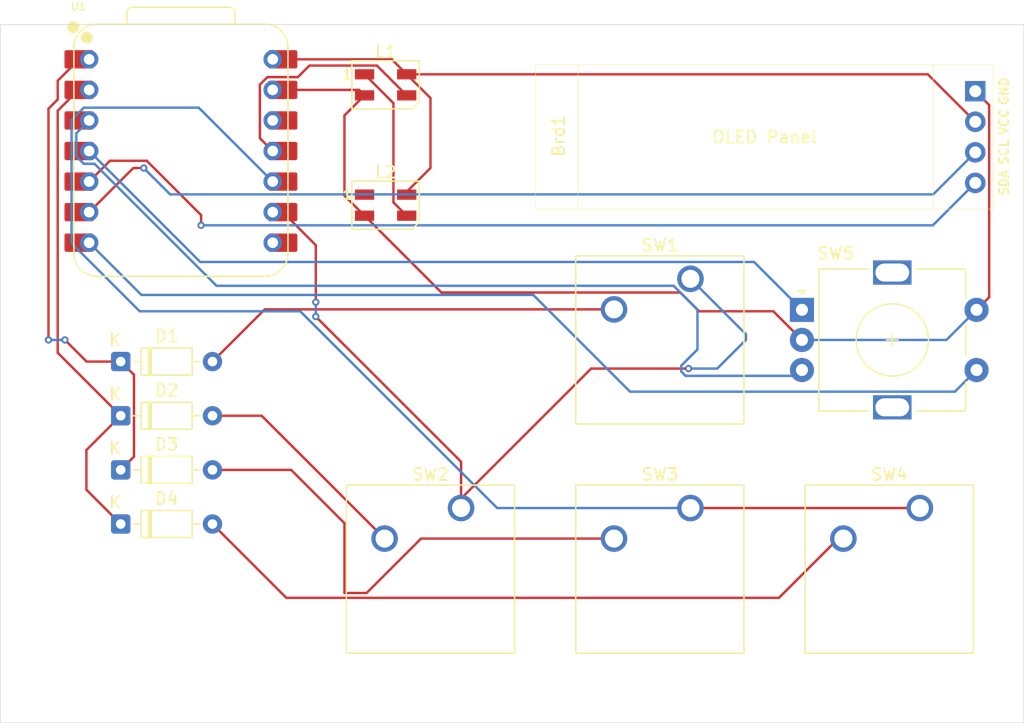
<source format=kicad_pcb>
(kicad_pcb (version 20241229) (generator "pcbnew") (generator_version "9.0")
  (layers (0 "F.Cu" signal) (2 "B.Cu" signal) (13 "F.Paste" user) (15 "B.Paste" user) (5 "F.SilkS" user "F.Silkscreen") (7 "B.SilkS" user "B.Silkscreen") (1 "F.Mask" user) (3 "B.Mask" user) (25 "Edge.Cuts" user))
  (net 0 "")
  (net 1 "GND")
  (net 2 "SDA")
  (net 3 "SCL")
  (net 4 "+5V")
  (net 5 "Net-(D1-A)")
  (net 6 "ROW1")
  (net 7 "ROW2")
  (net 8 "Net-(D2-A)")
  (net 9 "Net-(D3-A)")
  (net 10 "Net-(D4-A)")
  (net 11 "LED")
  (net 12 "Net-(L1-DOUT)")
  (net 14 "COL1")
  (net 15 "COL2")
  (net 16 "RE1")
  (net 17 "SW_ENC")
  (net 18 "RE2")
  (footprint "Diode_THT:D_DO-35_SOD27_P7.62mm_Horizontal" (layer "F.Cu") (at 60 82.5)
    (property "Reference" "D2" (at 3.81 -2.12 0) (layer "F.SilkS"))
    (property "Value" "D")
    (fp_line (start 1.04 0) (end 1.69 0) (stroke (width 0.12)) (layer "F.SilkS"))
    (fp_line (start 2.29 -1.12) (end 2.29 1.12) (stroke (width 0.12)) (layer "F.SilkS"))
    (fp_line (start 2.41 -1.12) (end 2.41 1.12) (stroke (width 0.12)) (layer "F.SilkS"))
    (fp_line (start 2.53 -1.12) (end 2.53 1.12) (stroke (width 0.12)) (layer "F.SilkS"))
    (fp_line (start 6.58 0) (end 5.93 0) (stroke (width 0.12)) (layer "F.SilkS"))
    (fp_rect (start 1.69 -1.12) (end 5.93 1.12) (stroke (width 0.12)) (fill no) (layer "F.SilkS"))
    (fp_text user "K" (at -0.46875 -1.8 0) (layer "F.SilkS"))
    (pad "1" thru_hole roundrect (at 0 0) (size 1.6 1.6) (drill 0.8) (layers "*.Cu" "*.Mask") (roundrect_rratio 0.15625) (net 7 "ROW2"))
    (pad "2" thru_hole circle (at 7.62 0) (size 1.6 1.6) (drill 0.8) (layers "*.Cu" "*.Mask") (net 8 "Net-(D2-A)"))
  )
  (footprint "Button_Switch_Keyboard:SW_Cherry_MX_1.00u_PCB" (layer "F.Cu") (at 107.315 90.17)
    (property "Reference" "SW3" (at -2.54 -2.794 0) (layer "F.SilkS"))
    (property "Value" "SW_Push")
    (fp_line (start -9.525 -1.905) (end 4.445 -1.905) (stroke (width 0.12)) (layer "F.SilkS"))
    (fp_line (start -9.525 12.065) (end -9.525 -1.905) (stroke (width 0.12)) (layer "F.SilkS"))
    (fp_line (start 4.445 -1.905) (end 4.445 12.065) (stroke (width 0.12)) (layer "F.SilkS"))
    (fp_line (start 4.445 12.065) (end -9.525 12.065) (stroke (width 0.12)) (layer "F.SilkS"))
    (pad "" np_thru_hole circle (at -7.62 5.08) (size 1.7 1.7) (drill 1.7) (layers "*.Cu" "*.Mask"))
    (pad "" np_thru_hole circle (at -2.54 5.08) (size 4 4) (drill 4) (layers "*.Cu" "*.Mask"))
    (pad "" np_thru_hole circle (at 2.54 5.08) (size 1.7 1.7) (drill 1.7) (layers "*.Cu" "*.Mask"))
    (pad "1" thru_hole circle (at 0 0) (size 2.2 2.2) (drill 1.5) (layers "*.Cu" "*.Mask") (net 15 "COL2"))
    (pad "2" thru_hole circle (at -6.35 2.54) (size 2.2 2.2) (drill 1.5) (layers "*.Cu" "*.Mask") (net 9 "Net-(D3-A)"))
  )
  (footprint "Button_Switch_Keyboard:SW_Cherry_MX_1.00u_PCB" (layer "F.Cu") (at 107.315 71.12)
    (property "Reference" "SW1" (at -2.54 -2.794 0) (layer "F.SilkS"))
    (property "Value" "SW_Push")
    (fp_line (start -9.525 -1.905) (end 4.445 -1.905) (stroke (width 0.12)) (layer "F.SilkS"))
    (fp_line (start -9.525 12.065) (end -9.525 -1.905) (stroke (width 0.12)) (layer "F.SilkS"))
    (fp_line (start 4.445 -1.905) (end 4.445 12.065) (stroke (width 0.12)) (layer "F.SilkS"))
    (fp_line (start 4.445 12.065) (end -9.525 12.065) (stroke (width 0.12)) (layer "F.SilkS"))
    (pad "" np_thru_hole circle (at -7.62 5.08) (size 1.7 1.7) (drill 1.7) (layers "*.Cu" "*.Mask"))
    (pad "" np_thru_hole circle (at -2.54 5.08) (size 4 4) (drill 4) (layers "*.Cu" "*.Mask"))
    (pad "" np_thru_hole circle (at 2.54 5.08) (size 1.7 1.7) (drill 1.7) (layers "*.Cu" "*.Mask"))
    (pad "1" thru_hole circle (at 0 0) (size 2.2 2.2) (drill 1.5) (layers "*.Cu" "*.Mask") (net 14 "COL1"))
    (pad "2" thru_hole circle (at -6.35 2.54) (size 2.2 2.2) (drill 1.5) (layers "*.Cu" "*.Mask") (net 5 "Net-(D1-A)"))
  )
  (footprint "Diode_THT:D_DO-35_SOD27_P7.62mm_Horizontal" (layer "F.Cu") (at 60 78)
    (property "Reference" "D1" (at 3.81 -2.12 0) (layer "F.SilkS"))
    (property "Value" "D")
    (fp_line (start 1.04 0) (end 1.69 0) (stroke (width 0.12)) (layer "F.SilkS"))
    (fp_line (start 2.29 -1.12) (end 2.29 1.12) (stroke (width 0.12)) (layer "F.SilkS"))
    (fp_line (start 2.41 -1.12) (end 2.41 1.12) (stroke (width 0.12)) (layer "F.SilkS"))
    (fp_line (start 2.53 -1.12) (end 2.53 1.12) (stroke (width 0.12)) (layer "F.SilkS"))
    (fp_line (start 6.58 0) (end 5.93 0) (stroke (width 0.12)) (layer "F.SilkS"))
    (fp_rect (start 1.69 -1.12) (end 5.93 1.12) (stroke (width 0.12)) (fill no) (layer "F.SilkS"))
    (fp_text user "K" (at -0.46875 -1.8 0) (layer "F.SilkS"))
    (pad "1" thru_hole roundrect (at 0 0) (size 1.6 1.6) (drill 0.8) (layers "*.Cu" "*.Mask") (roundrect_rratio 0.15625) (net 6 "ROW1"))
    (pad "2" thru_hole circle (at 7.62 0) (size 1.6 1.6) (drill 0.8) (layers "*.Cu" "*.Mask") (net 5 "Net-(D1-A)"))
  )
  (footprint "Rotary_Encoder:RotaryEncoder_Alps_EC11E-Switch_Vertical_H20mm" (layer "F.Cu") (at 116.575 73.7)
    (property "Reference" "SW5" (at 2.8 -4.7 0) (layer "F.SilkS"))
    (property "Value" "RotaryEncoder_Switch")
    (fp_line (start -0.3 -1.6) (end 0.3 -1.6) (stroke (width 0.12)) (layer "F.SilkS"))
    (fp_line (start 0 -1.3) (end -0.3 -1.6) (stroke (width 0.12)) (layer "F.SilkS"))
    (fp_line (start 0.3 -1.6) (end 0 -1.3) (stroke (width 0.12)) (layer "F.SilkS"))
    (fp_line (start 1.4 -3.4) (end 1.4 8.4) (stroke (width 0.12)) (layer "F.SilkS"))
    (fp_line (start 5.5 -3.4) (end 1.4 -3.4) (stroke (width 0.12)) (layer "F.SilkS"))
    (fp_line (start 5.5 8.4) (end 1.4 8.4) (stroke (width 0.12)) (layer "F.SilkS"))
    (fp_line (start 7 2.5) (end 8 2.5) (stroke (width 0.12)) (layer "F.SilkS"))
    (fp_line (start 7.5 2) (end 7.5 3) (stroke (width 0.12)) (layer "F.SilkS"))
    (fp_line (start 9.5 -3.4) (end 13.6 -3.4) (stroke (width 0.12)) (layer "F.SilkS"))
    (fp_line (start 13.6 -3.4) (end 13.6 -1) (stroke (width 0.12)) (layer "F.SilkS"))
    (fp_line (start 13.6 1.2) (end 13.6 3.8) (stroke (width 0.12)) (layer "F.SilkS"))
    (fp_line (start 13.6 6) (end 13.6 8.4) (stroke (width 0.12)) (layer "F.SilkS"))
    (fp_line (start 13.6 8.4) (end 9.5 8.4) (stroke (width 0.12)) (layer "F.SilkS"))
    (fp_circle (center 7.5 2.5) (end 10.5 2.5) (stroke (width 0.12)) (fill no) (layer "F.SilkS"))
    (pad "A" thru_hole rect (at 0 0) (size 2 2) (drill 1) (layers "*.Cu" "*.Mask") (net 18 "RE2"))
    (pad "B" thru_hole circle (at 0 5) (size 2 2) (drill 1) (layers "*.Cu" "*.Mask") (net 16 "RE1"))
    (pad "C" thru_hole circle (at 0 2.5) (size 2 2) (drill 1) (layers "*.Cu" "*.Mask") (net 1 "GND"))
    (pad "MP" thru_hole rect (at 7.5 -3.1) (size 3.2 2) (drill oval 2.8 1.5) (layers "*.Cu" "*.Mask"))
    (pad "MP" thru_hole rect (at 7.5 8.1) (size 3.2 2) (drill oval 2.8 1.5) (layers "*.Cu" "*.Mask"))
    (pad "S1" thru_hole circle (at 14.5 5) (size 2 2) (drill 1) (layers "*.Cu" "*.Mask") (net 17 "SW_ENC"))
    (pad "S2" thru_hole circle (at 14.5 0) (size 2 2) (drill 1) (layers "*.Cu" "*.Mask") (net 1 "GND"))
  )
  (footprint "Diode_THT:D_DO-35_SOD27_P7.62mm_Horizontal" (layer "F.Cu") (at 60 91.5)
    (property "Reference" "D4" (at 3.81 -2.12 0) (layer "F.SilkS"))
    (property "Value" "D")
    (fp_line (start 1.04 0) (end 1.69 0) (stroke (width 0.12)) (layer "F.SilkS"))
    (fp_line (start 2.29 -1.12) (end 2.29 1.12) (stroke (width 0.12)) (layer "F.SilkS"))
    (fp_line (start 2.41 -1.12) (end 2.41 1.12) (stroke (width 0.12)) (layer "F.SilkS"))
    (fp_line (start 2.53 -1.12) (end 2.53 1.12) (stroke (width 0.12)) (layer "F.SilkS"))
    (fp_line (start 6.58 0) (end 5.93 0) (stroke (width 0.12)) (layer "F.SilkS"))
    (fp_rect (start 1.69 -1.12) (end 5.93 1.12) (stroke (width 0.12)) (fill no) (layer "F.SilkS"))
    (fp_text user "K" (at -0.46875 -1.8 0) (layer "F.SilkS"))
    (pad "1" thru_hole roundrect (at 0 0) (size 1.6 1.6) (drill 0.8) (layers "*.Cu" "*.Mask") (roundrect_rratio 0.15625) (net 7 "ROW2"))
    (pad "2" thru_hole circle (at 7.62 0) (size 1.6 1.6) (drill 0.8) (layers "*.Cu" "*.Mask") (net 10 "Net-(D4-A)"))
  )
  (footprint "Button_Switch_Keyboard:SW_Cherry_MX_1.00u_PCB" (layer "F.Cu") (at 88.265 90.17)
    (property "Reference" "SW2" (at -2.54 -2.794 0) (layer "F.SilkS"))
    (property "Value" "SW_Push")
    (fp_line (start -9.525 -1.905) (end 4.445 -1.905) (stroke (width 0.12)) (layer "F.SilkS"))
    (fp_line (start -9.525 12.065) (end -9.525 -1.905) (stroke (width 0.12)) (layer "F.SilkS"))
    (fp_line (start 4.445 -1.905) (end 4.445 12.065) (stroke (width 0.12)) (layer "F.SilkS"))
    (fp_line (start 4.445 12.065) (end -9.525 12.065) (stroke (width 0.12)) (layer "F.SilkS"))
    (pad "" np_thru_hole circle (at -7.62 5.08) (size 1.7 1.7) (drill 1.7) (layers "*.Cu" "*.Mask"))
    (pad "" np_thru_hole circle (at -2.54 5.08) (size 4 4) (drill 4) (layers "*.Cu" "*.Mask"))
    (pad "" np_thru_hole circle (at 2.54 5.08) (size 1.7 1.7) (drill 1.7) (layers "*.Cu" "*.Mask"))
    (pad "1" thru_hole circle (at 0 0) (size 2.2 2.2) (drill 1.5) (layers "*.Cu" "*.Mask") (net 14 "COL1"))
    (pad "2" thru_hole circle (at -6.35 2.54) (size 2.2 2.2) (drill 1.5) (layers "*.Cu" "*.Mask") (net 8 "Net-(D2-A)"))
  )
  (footprint "Seeed Studio XIAO Series Library:XIAO-RP2040-DIP" (layer "F.Cu") (at 65 60.5)
    (property "Reference" "U1" (at -8.5 -12 0) (layer "F.SilkS") (effects (font (size 0.635 0.635) (thickness 0.1016))))
    (property "Value" "XIAO-RP2040-DIP")
    (fp_line (start -8.89 8.509) (end -8.89 -8.636) (stroke (width 0.127)) (layer "F.SilkS"))
    (fp_line (start -6.985 10.414) (end 6.985 10.414) (stroke (width 0.127)) (layer "F.SilkS"))
    (fp_line (start -4.495 -10.541) (end -4.491272 -11.451272) (stroke (width 0.127)) (layer "F.SilkS"))
    (fp_line (start -3.991272 -11.951) (end 4.004 -11.951) (stroke (width 0.127)) (layer "F.SilkS"))
    (fp_line (start 4.504 -11.451) (end 4.504 -10.541) (stroke (width 0.127)) (layer "F.SilkS"))
    (fp_line (start 6.985 -10.541) (end -6.985 -10.541) (stroke (width 0.1)) (layer "F.SilkS"))
    (fp_line (start 6.985 -10.541) (end -6.985 -10.541) (stroke (width 0.127)) (layer "F.SilkS"))
    (fp_line (start 8.89 8.509) (end 8.89 -8.636) (stroke (width 0.127)) (layer "F.SilkS"))
    (fp_arc (start -8.89 -8.636) (mid -8.332038 -9.983038) (end -6.985 -10.541) (stroke (width 0.127)) (layer "F.SilkS"))
    (fp_arc (start -6.985 10.414) (mid -8.332038 9.856038) (end -8.89 8.509) (stroke (width 0.127)) (layer "F.SilkS"))
    (fp_arc (start -4.491272 -11.451272) (mid -4.344728 -11.80464) (end -3.991272 -11.951) (stroke (width 0.127)) (layer "F.SilkS"))
    (fp_arc (start 4.004 -11.951) (mid 4.357553 -11.804553) (end 4.504 -11.451) (stroke (width 0.127)) (layer "F.SilkS"))
    (fp_arc (start 6.985 -10.541) (mid 8.332038 -9.983038) (end 8.89 -8.636) (stroke (width 0.127)) (layer "F.SilkS"))
    (fp_arc (start 8.89 8.509) (mid 8.332038 9.856038) (end 6.985 10.414) (stroke (width 0.127)) (layer "F.SilkS"))
    (fp_circle (center -8.95 -10.3) (end -8.95 -10.554) (stroke (width 0.5)) (fill yes) (layer "F.SilkS"))
    (fp_circle (center -7.807 -9.42) (end -7.807 -9.674) (stroke (width 0.5)) (fill yes) (layer "F.SilkS"))
    (pad "1" smd roundrect (at -8.455 -7.62 180) (size 2.432 1.524) (layers "F.Cu" "F.Mask") (roundrect_rratio 0.1) (net 6 "ROW1"))
    (pad "1" thru_hole circle (at -7.62 -7.62 180) (size 1.524 1.524) (drill 0.889) (layers "*.Cu" "*.Mask") (net 6 "ROW1"))
    (pad "2" smd roundrect (at -8.455 -5.08 180) (size 2.432 1.524) (layers "F.Cu" "F.Mask") (roundrect_rratio 0.1) (net 7 "ROW2"))
    (pad "2" thru_hole circle (at -7.62 -5.08 180) (size 1.524 1.524) (drill 0.889) (layers "*.Cu" "*.Mask") (net 7 "ROW2"))
    (pad "3" smd roundrect (at -8.455 -2.54 180) (size 2.432 1.524) (layers "F.Cu" "F.Mask") (roundrect_rratio 0.1) (net 16 "RE1"))
    (pad "3" thru_hole circle (at -7.62 -2.54 180) (size 1.524 1.524) (drill 0.889) (layers "*.Cu" "*.Mask") (net 16 "RE1"))
    (pad "4" smd roundrect (at -8.455 0 180) (size 2.432 1.524) (layers "F.Cu" "F.Mask") (roundrect_rratio 0.1) (net 18 "RE2"))
    (pad "4" thru_hole circle (at -7.62 0 180) (size 1.524 1.524) (drill 0.889) (layers "*.Cu" "*.Mask") (net 18 "RE2"))
    (pad "5" smd roundrect (at -8.455 2.54 180) (size 2.432 1.524) (layers "F.Cu" "F.Mask") (roundrect_rratio 0.1) (net 2 "SDA"))
    (pad "5" thru_hole circle (at -7.62 2.54 180) (size 1.524 1.524) (drill 0.889) (layers "*.Cu" "*.Mask") (net 2 "SDA"))
    (pad "6" smd roundrect (at -8.455 5.08 180) (size 2.432 1.524) (layers "F.Cu" "F.Mask") (roundrect_rratio 0.1) (net 3 "SCL"))
    (pad "6" thru_hole circle (at -7.62 5.08 180) (size 1.524 1.524) (drill 0.889) (layers "*.Cu" "*.Mask") (net 3 "SCL"))
    (pad "7" smd roundrect (at -8.455 7.62 180) (size 2.432 1.524) (layers "F.Cu" "F.Mask") (roundrect_rratio 0.1) (net 17 "SW_ENC"))
    (pad "7" thru_hole circle (at -7.62 7.62 180) (size 1.524 1.524) (drill 0.889) (layers "*.Cu" "*.Mask") (net 17 "SW_ENC"))
    (pad "8" thru_hole circle (at 7.62 7.62) (size 1.524 1.524) (drill 0.889) (layers "*.Cu" "*.Mask"))
    (pad "8" smd roundrect (at 8.455 7.62) (size 2.432 1.524) (layers "F.Cu" "F.Mask") (roundrect_rratio 0.1))
    (pad "9" thru_hole circle (at 7.62 5.08) (size 1.524 1.524) (drill 0.889) (layers "*.Cu" "*.Mask") (net 14 "COL1"))
    (pad "9" smd roundrect (at 8.455 5.08) (size 2.432 1.524) (layers "F.Cu" "F.Mask") (roundrect_rratio 0.1) (net 14 "COL1"))
    (pad "10" thru_hole circle (at 7.62 2.54) (size 1.524 1.524) (drill 0.889) (layers "*.Cu" "*.Mask") (net 15 "COL2"))
    (pad "10" smd roundrect (at 8.455 2.54) (size 2.432 1.524) (layers "F.Cu" "F.Mask") (roundrect_rratio 0.1) (net 15 "COL2"))
    (pad "11" thru_hole circle (at 7.62 0) (size 1.524 1.524) (drill 0.889) (layers "*.Cu" "*.Mask") (net 11 "LED"))
    (pad "11" smd roundrect (at 8.455 0) (size 2.432 1.524) (layers "F.Cu" "F.Mask") (roundrect_rratio 0.1) (net 11 "LED"))
    (pad "12" thru_hole circle (at 7.62 -2.54) (size 1.524 1.524) (drill 0.889) (layers "*.Cu" "*.Mask"))
    (pad "12" smd roundrect (at 8.455 -2.54) (size 2.432 1.524) (layers "F.Cu" "F.Mask") (roundrect_rratio 0.1))
    (pad "13" thru_hole circle (at 7.62 -5.08) (size 1.524 1.524) (drill 0.889) (layers "*.Cu" "*.Mask") (net 1 "GND"))
    (pad "13" smd roundrect (at 8.455 -5.08) (size 2.432 1.524) (layers "F.Cu" "F.Mask") (roundrect_rratio 0.1) (net 1 "GND"))
    (pad "14" thru_hole circle (at 7.62 -7.62) (size 1.524 1.524) (drill 0.889) (layers "*.Cu" "*.Mask") (net 4 "+5V"))
    (pad "14" smd roundrect (at 8.455 -7.62) (size 2.432 1.524) (layers "F.Cu" "F.Mask") (roundrect_rratio 0.1) (net 4 "+5V"))
  )
  (footprint "KiCad-SSD1306-0.91-OLED-4pin-128x32.pretty-master:SSD1306-0.91-OLED-4pin-128x32" (layer "F.Cu") (at 94.46875 53.34)
    (property "Reference" "Brd1" (at 1.9 5.91 90) (layer "F.SilkS"))
    (property "Value" "SSD1306")
    (fp_line (start 0 0) (end 0 12) (stroke (width 0.04)) (layer "F.SilkS"))
    (fp_line (start 0 12) (end 38 12) (stroke (width 0.04)) (layer "F.SilkS"))
    (fp_line (start 3.5 0) (end 3.5 12) (stroke (width 0.04)) (layer "F.SilkS"))
    (fp_line (start 33 0) (end 33 12) (stroke (width 0.04)) (layer "F.SilkS"))
    (fp_line (start 38 0) (end 0 0) (stroke (width 0.04)) (layer "F.SilkS"))
    (fp_line (start 38 12) (end 38 0) (stroke (width 0.04)) (layer "F.SilkS"))
    (fp_text user "GND" (at 38.88125 2.19 270) (layer "F.SilkS") (effects (font (size 0.75 0.75))))
    (fp_text user "SCL" (at 38.88125 7.27 270) (layer "F.SilkS") (effects (font (size 0.75 0.75))))
    (fp_text user "OLED Panel" (at 19 6 0) (layer "F.SilkS"))
    (fp_text user "SDA" (at 38.88125 9.81 270) (layer "F.SilkS") (effects (font (size 0.75 0.75))))
    (fp_text user "VCC" (at 38.88125 4.73 270) (layer "F.SilkS") (effects (font (size 0.75 0.75))))
    (pad "1" thru_hole rect (at 36.5 2.19) (size 1.7 1.7) (drill 1) (layers "*.Cu" "*.Mask") (net 1 "GND"))
    (pad "2" thru_hole oval (at 36.5 4.73) (size 1.7 1.7) (drill 1) (layers "*.Cu" "*.Mask") (net 4 "+5V"))
    (pad "3" thru_hole oval (at 36.5 7.27) (size 1.7 1.7) (drill 1) (layers "*.Cu" "*.Mask") (net 3 "SCL"))
    (pad "4" thru_hole oval (at 36.5 9.81) (size 1.7 1.7) (drill 1) (layers "*.Cu" "*.Mask") (net 2 "SDA"))
  )
  (footprint "LED_SMD:LED_SK6812MINI_PLCC4_3.5x3.5mm_P1.75mm" (layer "F.Cu") (at 82 55)
    (property "Reference" "L1" (at 0 -2.75 0) (layer "F.SilkS"))
    (property "Value" "SK6812MINI")
    (fp_line (start -2.8 -2) (end -2.8 2) (stroke (width 0.12)) (layer "F.SilkS"))
    (fp_line (start -2.8 -2) (end 2.8 -2) (stroke (width 0.12)) (layer "F.SilkS"))
    (fp_line (start -2.8 2) (end 2.2 2) (stroke (width 0.12)) (layer "F.SilkS"))
    (fp_line (start 2.8 1.4) (end 2.2 2) (stroke (width 0.12)) (layer "F.SilkS"))
    (fp_line (start 2.8 1.4) (end 2.8 -2) (stroke (width 0.12)) (layer "F.SilkS"))
    (fp_text user "1" (at -3.2 -0.875 0) (layer "F.SilkS") (effects (font (size 0.8 0.8))))
    (pad "1" smd rect (at -1.75 -0.875) (size 1.6 0.85) (layers "F.Cu" "F.Mask" "F.Paste") (net 12 "Net-(L1-DOUT)"))
    (pad "2" smd rect (at -1.75 0.875) (size 1.6 0.85) (layers "F.Cu" "F.Mask" "F.Paste") (net 1 "GND"))
    (pad "3" smd rect (at 1.75 0.875) (size 1.6 0.85) (layers "F.Cu" "F.Mask" "F.Paste") (net 11 "LED"))
    (pad "4" smd rect (at 1.75 -0.875) (size 1.6 0.85) (layers "F.Cu" "F.Mask" "F.Paste") (net 4 "+5V"))
  )
  (footprint "Diode_THT:D_DO-35_SOD27_P7.62mm_Horizontal" (layer "F.Cu") (at 60 87)
    (property "Reference" "D3" (at 3.81 -2.12 0) (layer "F.SilkS"))
    (property "Value" "D")
    (fp_line (start 1.04 0) (end 1.69 0) (stroke (width 0.12)) (layer "F.SilkS"))
    (fp_line (start 2.29 -1.12) (end 2.29 1.12) (stroke (width 0.12)) (layer "F.SilkS"))
    (fp_line (start 2.41 -1.12) (end 2.41 1.12) (stroke (width 0.12)) (layer "F.SilkS"))
    (fp_line (start 2.53 -1.12) (end 2.53 1.12) (stroke (width 0.12)) (layer "F.SilkS"))
    (fp_line (start 6.58 0) (end 5.93 0) (stroke (width 0.12)) (layer "F.SilkS"))
    (fp_rect (start 1.69 -1.12) (end 5.93 1.12) (stroke (width 0.12)) (fill no) (layer "F.SilkS"))
    (fp_text user "K" (at -0.46875 -1.8 0) (layer "F.SilkS"))
    (pad "1" thru_hole roundrect (at 0 0) (size 1.6 1.6) (drill 0.8) (layers "*.Cu" "*.Mask") (roundrect_rratio 0.15625) (net 6 "ROW1"))
    (pad "2" thru_hole circle (at 7.62 0) (size 1.6 1.6) (drill 0.8) (layers "*.Cu" "*.Mask") (net 9 "Net-(D3-A)"))
  )
  (footprint "LED_SMD:LED_SK6812MINI_PLCC4_3.5x3.5mm_P1.75mm" (layer "F.Cu") (at 82 65)
    (property "Reference" "L2" (at 0 -2.75 0) (layer "F.SilkS"))
    (property "Value" "SK6812MINI")
    (fp_line (start -2.8 -2) (end -2.8 2) (stroke (width 0.12)) (layer "F.SilkS"))
    (fp_line (start -2.8 -2) (end 2.8 -2) (stroke (width 0.12)) (layer "F.SilkS"))
    (fp_line (start -2.8 2) (end 2.2 2) (stroke (width 0.12)) (layer "F.SilkS"))
    (fp_line (start 2.8 1.4) (end 2.2 2) (stroke (width 0.12)) (layer "F.SilkS"))
    (fp_line (start 2.8 1.4) (end 2.8 -2) (stroke (width 0.12)) (layer "F.SilkS"))
    (fp_text user "1" (at -3.2 -0.875 0) (layer "F.SilkS") (effects (font (size 0.8 0.8))))
    (pad "1" smd rect (at -1.75 -0.875) (size 1.6 0.85) (layers "F.Cu" "F.Mask" "F.Paste"))
    (pad "2" smd rect (at -1.75 0.875) (size 1.6 0.85) (layers "F.Cu" "F.Mask" "F.Paste") (net 1 "GND"))
    (pad "3" smd rect (at 1.75 0.875) (size 1.6 0.85) (layers "F.Cu" "F.Mask" "F.Paste") (net 12 "Net-(L1-DOUT)"))
    (pad "4" smd rect (at 1.75 -0.875) (size 1.6 0.85) (layers "F.Cu" "F.Mask" "F.Paste") (net 4 "+5V"))
  )
  (footprint "Button_Switch_Keyboard:SW_Cherry_MX_1.00u_PCB" (layer "F.Cu") (at 126.365 90.17)
    (property "Reference" "SW4" (at -2.54 -2.794 0) (layer "F.SilkS"))
    (property "Value" "SW_Push")
    (fp_line (start -9.525 -1.905) (end 4.445 -1.905) (stroke (width 0.12)) (layer "F.SilkS"))
    (fp_line (start -9.525 12.065) (end -9.525 -1.905) (stroke (width 0.12)) (layer "F.SilkS"))
    (fp_line (start 4.445 -1.905) (end 4.445 12.065) (stroke (width 0.12)) (layer "F.SilkS"))
    (fp_line (start 4.445 12.065) (end -9.525 12.065) (stroke (width 0.12)) (layer "F.SilkS"))
    (pad "" np_thru_hole circle (at -7.62 5.08) (size 1.7 1.7) (drill 1.7) (layers "*.Cu" "*.Mask"))
    (pad "" np_thru_hole circle (at -2.54 5.08) (size 4 4) (drill 4) (layers "*.Cu" "*.Mask"))
    (pad "" np_thru_hole circle (at 2.54 5.08) (size 1.7 1.7) (drill 1.7) (layers "*.Cu" "*.Mask"))
    (pad "1" thru_hole circle (at 0 0) (size 2.2 2.2) (drill 1.5) (layers "*.Cu" "*.Mask") (net 15 "COL2"))
    (pad "2" thru_hole circle (at -6.35 2.54) (size 2.2 2.2) (drill 1.5) (layers "*.Cu" "*.Mask") (net 10 "Net-(D4-A)"))
  )
  (gr_rect (start 50 50) (end 135 108) (stroke (width 0.05)) (fill no) (layer "Edge.Cuts"))
  (segment (start 73.455 55.42) (end 79.795 55.42) (width 0.2) (layer "F.Cu") (net 1))
  (segment (start 114.19375 73.81875) (end 116.575 76.2) (width 0.2) (layer "F.Cu") (net 1))
  (segment (start 79.795 55.42) (end 80.25 55.875) (width 0.2) (layer "F.Cu") (net 1))
  (segment (start 132.11975 56.681) (end 130.96875 55.53) (width 0.2) (layer "F.Cu") (net 1))
  (segment (start 78.58125 64.20625) (end 78.58125 57.54375) (width 0.2) (layer "F.Cu") (net 1))
  (segment (start 108.032436 73.81875) (end 114.19375 73.81875) (width 0.2) (layer "F.Cu") (net 1))
  (segment (start 106.472686 72.259) (end 108.032436 73.81875) (width 0.2) (layer "F.Cu") (net 1))
  (segment (start 78.58125 57.54375) (end 78.975 57.15) (width 0.2) (layer "F.Cu") (net 1))
  (segment (start 132.11975 72.65525) (end 132.11975 56.681) (width 0.2) (layer "F.Cu") (net 1))
  (segment (start 78.975 57.15) (end 80.25 55.875) (width 0.2) (layer "F.Cu") (net 1))
  (segment (start 131.075 73.7) (end 132.11975 72.65525) (width 0.2) (layer "F.Cu") (net 1))
  (segment (start 80.25 65.875) (end 86.634 72.259) (width 0.2) (layer "F.Cu") (net 1))
  (segment (start 80.25 65.875) (end 78.58125 64.20625) (width 0.2) (layer "F.Cu") (net 1))
  (segment (start 86.634 72.259) (end 106.472686 72.259) (width 0.2) (layer "F.Cu") (net 1))
  (segment (start 128.575 76.2) (end 116.575 76.2) (width 0.2) (layer "B.Cu") (net 1))
  (segment (start 131.075 73.7) (end 128.575 76.2) (width 0.2) (layer "B.Cu") (net 1))
  (segment (start 66.675 65.825057) (end 62.161443 61.3115) (width 0.2) (layer "F.Cu") (net 2))
  (segment (start 62.161443 61.3115) (end 59.1085 61.3115) (width 0.2) (layer "F.Cu") (net 2))
  (segment (start 59.1085 61.3115) (end 57.38 63.04) (width 0.2) (layer "F.Cu") (net 2))
  (segment (start 66.675 66.675) (end 66.675 65.825057) (width 0.2) (layer "F.Cu") (net 2))
  (via (at 66.675 66.675) (size 0.6) (drill 0.3) (layers "F.Cu" "B.Cu") (net 2))
  (segment (start 127.44375 66.675) (end 66.675 66.675) (width 0.2) (layer "B.Cu") (net 2))
  (segment (start 130.96875 63.15) (end 127.44375 66.675) (width 0.2) (layer "B.Cu") (net 2))
  (segment (start 61.9125 61.9125) (end 61.0475 61.9125) (width 0.2) (layer "F.Cu") (net 3))
  (segment (start 61.0475 61.9125) (end 57.38 65.58) (width 0.2) (layer "F.Cu") (net 3))
  (via (at 61.9125 61.9125) (size 0.6) (drill 0.3) (layers "F.Cu" "B.Cu") (net 3))
  (segment (start 127.47575 64.103) (end 64.103 64.103) (width 0.2) (layer "B.Cu") (net 3))
  (segment (start 130.96875 60.61) (end 127.47575 64.103) (width 0.2) (layer "B.Cu") (net 3))
  (segment (start 64.103 64.103) (end 61.9125 61.9125) (width 0.2) (layer "B.Cu") (net 3))
  (segment (start 130.96875 58.07) (end 127.02375 54.125) (width 0.2) (layer "F.Cu") (net 4))
  (segment (start 83.75 54.125) (end 82.505 52.88) (width 0.2) (layer "F.Cu") (net 4))
  (segment (start 83.75 63.8875) (end 85.725 61.9125) (width 0.2) (layer "F.Cu") (net 4))
  (segment (start 127.02375 54.125) (end 83.75 54.125) (width 0.2) (layer "F.Cu") (net 4))
  (segment (start 85.725 61.9125) (end 85.725 56.1) (width 0.2) (layer "F.Cu") (net 4))
  (segment (start 83.75 64.125) (end 83.75 63.8875) (width 0.2) (layer "F.Cu") (net 4))
  (segment (start 85.725 56.1) (end 83.75 54.125) (width 0.2) (layer "F.Cu") (net 4))
  (segment (start 82.505 52.88) (end 73.455 52.88) (width 0.2) (layer "F.Cu") (net 4))
  (segment (start 67.62 78) (end 71.96 73.66) (width 0.2) (layer "F.Cu") (net 5))
  (segment (start 71.96 73.66) (end 100.965 73.66) (width 0.2) (layer "F.Cu") (net 5))
  (segment (start 61.101 85.899) (end 61.101 79.101) (width 0.2) (layer "F.Cu") (net 6))
  (segment (start 54 76.2) (end 54 56.9839) (width 0.2) (layer "F.Cu") (net 6))
  (segment (start 60 78) (end 57.16875 78) (width 0.2) (layer "F.Cu") (net 6))
  (segment (start 54.76875 56.21515) (end 54.76875 54.65625) (width 0.2) (layer "F.Cu") (net 6))
  (segment (start 54 56.9839) (end 54.76875 56.21515) (width 0.2) (layer "F.Cu") (net 6))
  (segment (start 57.16875 78) (end 55.36875 76.2) (width 0.2) (layer "F.Cu") (net 6))
  (segment (start 56.8875 52.3875) (end 57.38 52.88) (width 0.2) (layer "F.Cu") (net 6))
  (segment (start 60 87) (end 61.101 85.899) (width 0.2) (layer "F.Cu") (net 6))
  (segment (start 61.101 79.101) (end 60 78) (width 0.2) (layer "F.Cu") (net 6))
  (segment (start 54.76875 54.65625) (end 56.545 52.88) (width 0.2) (layer "F.Cu") (net 6))
  (segment (start 56.545 52.88) (end 57.38 52.88) (width 0.2) (layer "F.Cu") (net 6))
  (via (at 55.36875 76.2) (size 0.6) (drill 0.3) (layers "F.Cu" "B.Cu") (net 6))
  (via (at 54 76.2) (size 0.6) (drill 0.3) (layers "F.Cu" "B.Cu") (net 6))
  (segment (start 55.36875 76.2) (end 54 76.2) (width 0.2) (layer "B.Cu") (net 6))
  (segment (start 60 91.5) (end 57.15 88.65) (width 0.2) (layer "F.Cu") (net 7))
  (segment (start 60 82.5) (end 54.76875 77.26875) (width 0.2) (layer "F.Cu") (net 7))
  (segment (start 56.49875 55.42) (end 57.38 55.42) (width 0.2) (layer "F.Cu") (net 7))
  (segment (start 57.15 85.35) (end 60 82.5) (width 0.2) (layer "F.Cu") (net 7))
  (segment (start 54.76875 57.15) (end 56.49875 55.42) (width 0.2) (layer "F.Cu") (net 7))
  (segment (start 54.76875 77.26875) (end 54.76875 57.15) (width 0.2) (layer "F.Cu") (net 7))
  (segment (start 57.15 88.65) (end 57.15 85.35) (width 0.2) (layer "F.Cu") (net 7))
  (segment (start 81.915 92.71) (end 71.705 82.5) (width 0.2) (layer "F.Cu") (net 8))
  (segment (start 71.705 82.5) (end 67.62 82.5) (width 0.2) (layer "F.Cu") (net 8))
  (segment (start 78.58125 91.431066) (end 78.58125 97.23025) (width 0.2) (layer "F.Cu") (net 9))
  (segment (start 84.940184 92.71) (end 100.965 92.71) (width 0.2) (layer "F.Cu") (net 9))
  (segment (start 78.58125 97.23025) (end 80.419934 97.23025) (width 0.2) (layer "F.Cu") (net 9))
  (segment (start 67.62 87) (end 74.150184 87) (width 0.2) (layer "F.Cu") (net 9))
  (segment (start 80.419934 97.23025) (end 84.940184 92.71) (width 0.2) (layer "F.Cu") (net 9))
  (segment (start 74.150184 87) (end 78.58125 91.431066) (width 0.2) (layer "F.Cu") (net 9))
  (segment (start 73.75125 97.63125) (end 114.66528 97.63125) (width 0.2) (layer "F.Cu") (net 10))
  (segment (start 114.66528 97.63125) (end 119.58653 92.71) (width 0.2) (layer "F.Cu") (net 10))
  (segment (start 67.62 91.5) (end 73.75125 97.63125) (width 0.2) (layer "F.Cu") (net 10))
  (segment (start 119.58653 92.71) (end 120.015 92.71) (width 0.2) (layer "F.Cu") (net 10))
  (segment (start 72.17969 54.357) (end 71.557 54.97969) (width 0.2) (layer "F.Cu") (net 11))
  (segment (start 71.557 54.97969) (end 71.557 59.437) (width 0.2) (layer "F.Cu") (net 11))
  (segment (start 83.75 55.875) (end 81.274 53.399) (width 0.2) (layer "F.Cu") (net 11))
  (segment (start 74.710626 54.357) (end 72.17969 54.357) (width 0.2) (layer "F.Cu") (net 11))
  (segment (start 75.668626 53.399) (end 74.710626 54.357) (width 0.2) (layer "F.Cu") (net 11))
  (segment (start 71.557 59.437) (end 72.62 60.5) (width 0.2) (layer "F.Cu") (net 11))
  (segment (start 81.274 53.399) (end 75.668626 53.399) (width 0.2) (layer "F.Cu") (net 11))
  (segment (start 82.649 56.524) (end 82.649 64.774) (width 0.2) (layer "F.Cu") (net 12))
  (segment (start 80.25 54.125) (end 82.649 56.524) (width 0.2) (layer "F.Cu") (net 12))
  (segment (start 82.649 64.774) (end 83.75 65.875) (width 0.2) (layer "F.Cu") (net 12))
  (segment (start 73.455 65.58) (end 72.62 65.58) (width 0.2) (layer "F.Cu") (net 14))
  (segment (start 88.265 90.17) (end 88.265 86.325) (width 0.2) (layer "F.Cu") (net 14))
  (segment (start 88.265 86.325) (end 76.2 74.26) (width 0.2) (layer "F.Cu") (net 14))
  (segment (start 88.265 89.385184) (end 99.068934 78.58125) (width 0.2) (layer "F.Cu") (net 14))
  (segment (start 76.2 73.06) (end 76.2 68.325) (width 0.2) (layer "F.Cu") (net 14))
  (segment (start 88.265 90.17) (end 88.265 89.385184) (width 0.2) (layer "F.Cu") (net 14))
  (segment (start 99.068934 78.58125) (end 107.15625 78.58125) (width 0.2) (layer "F.Cu") (net 14))
  (segment (start 76.2 68.325) (end 73.455 65.58) (width 0.2) (layer "F.Cu") (net 14))
  (via (at 107.15625 78.58125) (size 0.6) (drill 0.3) (layers "F.Cu" "B.Cu") (net 14))
  (via (at 76.2 74.26) (size 0.6) (drill 0.3) (layers "F.Cu" "B.Cu") (net 14))
  (via (at 76.2 73.06) (size 0.6) (drill 0.3) (layers "F.Cu" "B.Cu") (net 14))
  (segment (start 76.2 73.06) (end 76.2 74.26) (width 0.2) (layer "B.Cu") (net 14))
  (segment (start 109.5375 78.58125) (end 111.91875 76.2) (width 0.2) (layer "B.Cu") (net 14))
  (segment (start 111.91875 75.72375) (end 107.315 71.12) (width 0.2) (layer "B.Cu") (net 14))
  (segment (start 111.91875 76.2) (end 111.91875 75.72375) (width 0.2) (layer "B.Cu") (net 14))
  (segment (start 107.15625 78.58125) (end 109.5375 78.58125) (width 0.2) (layer "B.Cu") (net 14))
  (segment (start 126.365 90.17) (end 107.315 90.17) (width 0.2) (layer "F.Cu") (net 15))
  (segment (start 56.93969 56.897) (end 66.477 56.897) (width 0.2) (layer "B.Cu") (net 15))
  (segment (start 74.908807 73.81875) (end 61.57544 73.81875) (width 0.2) (layer "B.Cu") (net 15))
  (segment (start 55.916 57.92069) (end 56.93969 56.897) (width 0.2) (layer "B.Cu") (net 15))
  (segment (start 55.916 68.15931) (end 55.916 57.92069) (width 0.2) (layer "B.Cu") (net 15))
  (segment (start 66.477 56.897) (end 72.62 63.04) (width 0.2) (layer "B.Cu") (net 15))
  (segment (start 107.315 90.17) (end 91.260057 90.17) (width 0.2) (layer "B.Cu") (net 15))
  (segment (start 91.260057 90.17) (end 74.908807 73.81875) (width 0.2) (layer "B.Cu") (net 15))
  (segment (start 61.57544 73.81875) (end 55.916 68.15931) (width 0.2) (layer "B.Cu") (net 15))
  (segment (start 107.895314 76.992243) (end 107.895314 73.681628) (width 0.2) (layer "B.Cu") (net 16))
  (segment (start 116.09275 79.18225) (end 106.907307 79.18225) (width 0.2) (layer "B.Cu") (net 16))
  (segment (start 106.907307 79.18225) (end 106.55525 78.830193) (width 0.2) (layer "B.Cu") (net 16))
  (segment (start 105.914 71.700314) (end 67.957624 71.700314) (width 0.2) (layer "B.Cu") (net 16))
  (segment (start 56.317 60.94031) (end 56.317 59.023) (width 0.2) (layer "B.Cu") (net 16))
  (segment (start 106.55525 78.332307) (end 107.895314 76.992243) (width 0.2) (layer "B.Cu") (net 16))
  (segment (start 56.317 59.023) (end 57.38 57.96) (width 0.2) (layer "B.Cu") (net 16))
  (segment (start 107.895314 73.681628) (end 105.914 71.700314) (width 0.2) (layer "B.Cu") (net 16))
  (segment (start 106.55525 78.830193) (end 106.55525 78.332307) (width 0.2) (layer "B.Cu") (net 16))
  (segment (start 57.82031 61.563) (end 56.93969 61.563) (width 0.2) (layer "B.Cu") (net 16))
  (segment (start 56.93969 61.563) (end 56.317 60.94031) (width 0.2) (layer "B.Cu") (net 16))
  (segment (start 116.575 78.7) (end 116.09275 79.18225) (width 0.2) (layer "B.Cu") (net 16))
  (segment (start 67.957624 71.700314) (end 57.82031 61.563) (width 0.2) (layer "B.Cu") (net 16))
  (segment (start 102.29553 80.499) (end 129.276 80.499) (width 0.2) (layer "B.Cu") (net 17))
  (segment (start 57.38 68.12) (end 61.719 72.459) (width 0.2) (layer "B.Cu") (net 17))
  (segment (start 94.25553 72.459) (end 102.29553 80.499) (width 0.2) (layer "B.Cu") (net 17))
  (segment (start 61.719 72.459) (end 94.25553 72.459) (width 0.2) (layer "B.Cu") (net 17))
  (segment (start 129.276 80.499) (end 131.075 78.7) (width 0.2) (layer "B.Cu") (net 17))
  (segment (start 66.599 69.719) (end 57.38 60.5) (width 0.2) (layer "B.Cu") (net 18))
  (segment (start 116.575 73.7) (end 112.594 69.719) (width 0.2) (layer "B.Cu") (net 18))
  (segment (start 112.594 69.719) (end 66.599 69.719) (width 0.2) (layer "B.Cu") (net 18))
)
</source>
